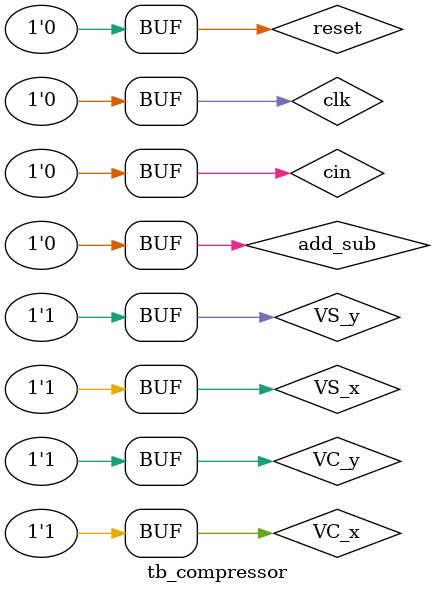
<source format=sv>


module tb_compressor;
  
  logic VS_x, VC_x, VS_y, VC_y, cin, add_sub, clk, reset, VC, VS, cout;
  
  // compressor (
  // input logic VS_x, VC_x, VS_y, VC_y, cin, add_sub, clk, reset,
  // output logic VC, VS, cout);

  // invoke an instance of the 4-2 compressor
  compressor comp (VS_x, VC_x, VS_y, VC_y, cin, add_sub, clk, reset, VC, VS, cout);
    
  // clock generator
  always
  begin
    #10 clk = 1;
    #10 clk = 0;
  end
  
  initial
  begin
  clk <= 0;
  reset <= 0;
	VS_x <= 1'b0;
  VC_x <= 1'b0;
  VS_y <= 1'b0;
  VC_y <= 1'b0;
  cin <= 1'b0;
  add_sub <= 1'b0;
  
  #2ns reset <= 1;
  #2ns reset <= 0;
	
	// s = 1
  #5ns VS_x <= 1;
  VC_x <= 1;
  VS_y <= 1;
  VC_y <= 1;
  
  #30ns reset <= 1;
  #2ns reset <= 0;
  
  end
endmodule


</source>
